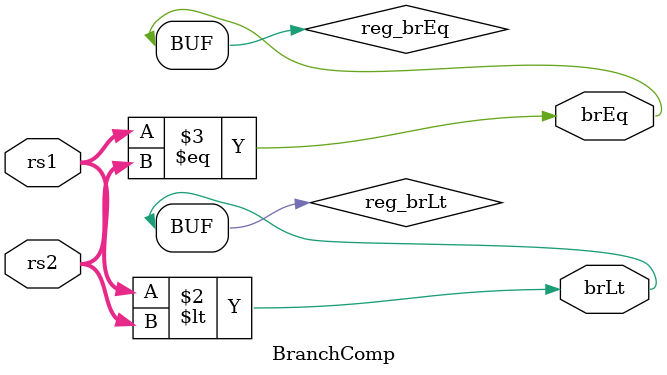
<source format=v>
module BranchComp(
    input [31:0] rs1,       // First register value
    input [31:0] rs2,       // Second register value
    output brLt,            // Output for less than condition
    output brEq             // Output for equality condition
);

    // TODO: implement your branch comparator here for checking if
    // value is register is less than or equal to another register
    reg reg_brLt, reg_brEq;
    assign brLt = reg_brLt;
    assign brEq = reg_brEq;
    always@(*) begin
        reg_brLt <= (rs1<rs2);
        reg_brEq <= (rs1==rs2);
    end
endmodule


</source>
